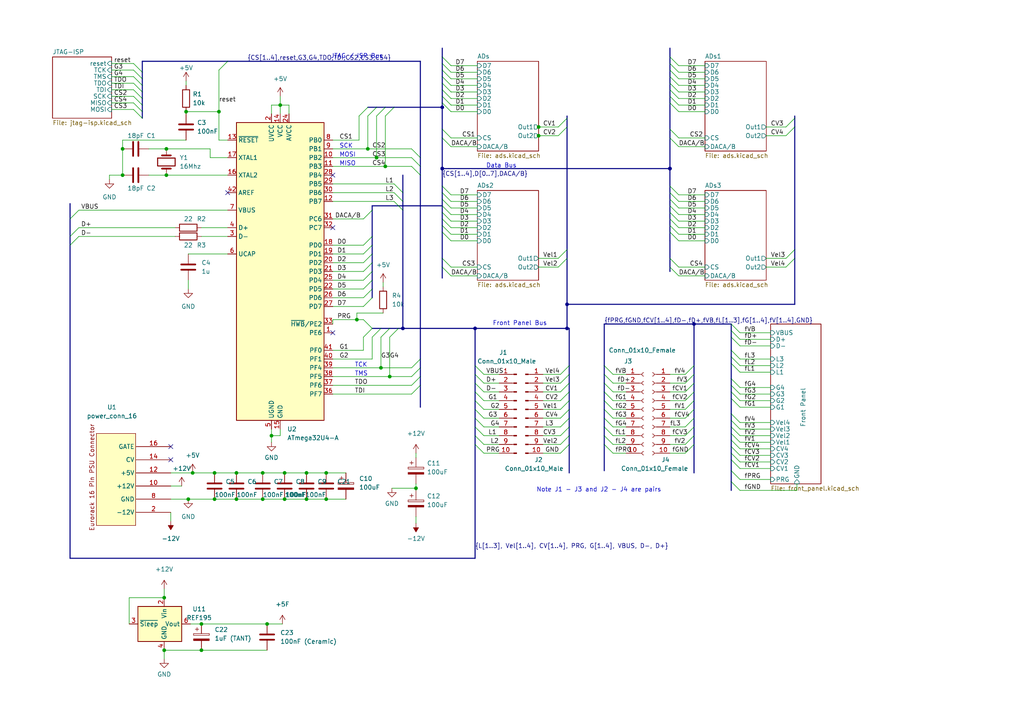
<source format=kicad_sch>
(kicad_sch (version 20211123) (generator eeschema)
  (paper "A4")
  (lib_symbols
    (symbol "Connector:Conn_01x10_Female" (pin_names (offset 1.016) hide)
      (property "Reference" "J" (at 0 12.7 0))
      (property "Value" "Conn_01x10_Female" (at 0 -15.24 0))
      (symbol "Conn_01x10_Female_1_1"
        (pin passive line (at -5.08 10.16 0) (length 3.81) (name "Pin_1") (number "1"))
        (pin passive line (at -5.08 -12.7 0) (length 3.81) (name "Pin_10") (number "10"))
        (pin passive line (at -5.08 7.62 0) (length 3.81) (name "Pin_2") (number "2"))
        (pin passive line (at -5.08 5.08 0) (length 3.81) (name "Pin_3") (number "3"))
        (pin passive line (at -5.08 2.54 0) (length 3.81) (name "Pin_4") (number "4"))
        (pin passive line (at -5.08 0 0) (length 3.81) (name "Pin_5") (number "5"))
        (pin passive line (at -5.08 -2.54 0) (length 3.81) (name "Pin_6") (number "6"))
        (pin passive line (at -5.08 -5.08 0) (length 3.81) (name "Pin_7") (number "7"))
        (pin passive line (at -5.08 -7.62 0) (length 3.81) (name "Pin_8") (number "8"))
        (pin passive line (at -5.08 -10.16 0) (length 3.81) (name "Pin_9") (number "9"))
      )
    )
    (symbol "Connector:Conn_01x10_Male" (pin_names (offset 1.016) hide)
      (property "Reference" "J" (at 0 12.7 0))
      (property "Value" "Conn_01x10_Male" (at 0 -15.24 0))
      (symbol "Conn_01x10_Male_1_1"
        (pin passive line (at 5.08 10.16 180) (length 3.81) (name "Pin_1") (number "1"))
        (pin passive line (at 5.08 -12.7 180) (length 3.81) (name "Pin_10") (number "10"))
        (pin passive line (at 5.08 7.62 180) (length 3.81) (name "Pin_2") (number "2"))
        (pin passive line (at 5.08 5.08 180) (length 3.81) (name "Pin_3") (number "3"))
        (pin passive line (at 5.08 2.54 180) (length 3.81) (name "Pin_4") (number "4"))
        (pin passive line (at 5.08 0 180) (length 3.81) (name "Pin_5") (number "5"))
        (pin passive line (at 5.08 -2.54 180) (length 3.81) (name "Pin_6") (number "6"))
        (pin passive line (at 5.08 -5.08 180) (length 3.81) (name "Pin_7") (number "7"))
        (pin passive line (at 5.08 -7.62 180) (length 3.81) (name "Pin_8") (number "8"))
        (pin passive line (at 5.08 -10.16 180) (length 3.81) (name "Pin_9") (number "9"))
      )
    )
    (symbol "Device:C" (pin_numbers hide) (pin_names (offset 0.254))
      (property "Reference" "C" (at 0.635 2.54 0))
      (property "Value" "C" (at 0.635 -2.54 0))
      (symbol "C_1_1"
        (pin passive line (at 0 3.81 270) (length 2.794) (name "~") (number "1"))
        (pin passive line (at 0 -3.81 90) (length 2.794) (name "~") (number "2"))
      )
    )
    (symbol "Device:C_Polarized" (pin_numbers hide) (pin_names (offset 0.254))
      (property "Reference" "C" (at 0.635 2.54 0))
      (property "Value" "C_Polarized" (at 0.635 -2.54 0))
      (symbol "C_Polarized_1_1"
        (pin passive line (at 0 3.81 270) (length 2.794) (name "~") (number "1"))
        (pin passive line (at 0 -3.81 90) (length 2.794) (name "~") (number "2"))
      )
    )
    (symbol "Device:Crystal" (pin_numbers hide) (pin_names (offset 1.016) hide)
      (property "Reference" "Y" (at 0 3.81 0))
      (property "Value" "Crystal" (at 0 -3.81 0))
      (symbol "Crystal_1_1"
        (pin passive line (at -3.81 0 0) (length 1.27) (name "1") (number "1"))
        (pin passive line (at 3.81 0 180) (length 1.27) (name "2") (number "2"))
      )
    )
    (symbol "Device:R" (pin_numbers hide) (pin_names (offset 0))
      (property "Reference" "R" (at 2.032 0 90))
      (property "Value" "R" (at 0 0 90))
      (symbol "R_1_1"
        (pin passive line (at 0 3.81 270) (length 1.27) (name "~") (number "1"))
        (pin passive line (at 0 -3.81 90) (length 1.27) (name "~") (number "2"))
      )
    )
    (symbol "MCU_Microchip_ATmega:ATmega32U4-A"
      (property "Reference" "U" (at -12.7 44.45 0))
      (property "Value" "ATmega32U4-A" (at 2.54 -44.45 0))
      (symbol "ATmega32U4-A_1_1"
        (pin bidirectional line (at 15.24 -17.78 180) (length 2.54) (name "PE6") (number "1"))
        (pin bidirectional line (at 15.24 33.02 180) (length 2.54) (name "PB2") (number "10"))
        (pin bidirectional line (at 15.24 30.48 180) (length 2.54) (name "PB3") (number "11"))
        (pin bidirectional line (at 15.24 20.32 180) (length 2.54) (name "PB7") (number "12"))
        (pin input line (at -15.24 38.1 0) (length 2.54) (name "~{RESET}") (number "13"))
        (pin power_in line (at 0 45.72 270) (length 2.54) (name "VCC") (number "14"))
        (pin power_in line (at 0 -45.72 90) (length 2.54) (name "GND") (number "15"))
        (pin output line (at -15.24 27.94 0) (length 2.54) (name "XTAL2") (number "16"))
        (pin input line (at -15.24 33.02 0) (length 2.54) (name "XTAL1") (number "17"))
        (pin bidirectional line (at 15.24 7.62 180) (length 2.54) (name "PD0") (number "18"))
        (pin bidirectional line (at 15.24 5.08 180) (length 2.54) (name "PD1") (number "19"))
        (pin power_in line (at -2.54 45.72 270) (length 2.54) (name "UVCC") (number "2"))
        (pin bidirectional line (at 15.24 2.54 180) (length 2.54) (name "PD2") (number "20"))
        (pin bidirectional line (at 15.24 0 180) (length 2.54) (name "PD3") (number "21"))
        (pin bidirectional line (at 15.24 -5.08 180) (length 2.54) (name "PD5") (number "22"))
        (pin passive line (at 0 -45.72 90) (length 2.54) hide (name "GND") (number "23"))
        (pin power_in line (at 2.54 45.72 270) (length 2.54) (name "AVCC") (number "24"))
        (pin bidirectional line (at 15.24 -2.54 180) (length 2.54) (name "PD4") (number "25"))
        (pin bidirectional line (at 15.24 -7.62 180) (length 2.54) (name "PD6") (number "26"))
        (pin bidirectional line (at 15.24 -10.16 180) (length 2.54) (name "PD7") (number "27"))
        (pin bidirectional line (at 15.24 27.94 180) (length 2.54) (name "PB4") (number "28"))
        (pin bidirectional line (at 15.24 25.4 180) (length 2.54) (name "PB5") (number "29"))
        (pin bidirectional line (at -15.24 10.16 0) (length 2.54) (name "D-") (number "3"))
        (pin bidirectional line (at 15.24 22.86 180) (length 2.54) (name "PB6") (number "30"))
        (pin bidirectional line (at 15.24 15.24 180) (length 2.54) (name "PC6") (number "31"))
        (pin bidirectional line (at 15.24 12.7 180) (length 2.54) (name "PC7") (number "32"))
        (pin bidirectional line (at 15.24 -15.24 180) (length 2.54) (name "~{HWB}/PE2") (number "33"))
        (pin passive line (at 0 45.72 270) (length 2.54) hide (name "VCC") (number "34"))
        (pin passive line (at 0 -45.72 90) (length 2.54) hide (name "GND") (number "35"))
        (pin bidirectional line (at 15.24 -35.56 180) (length 2.54) (name "PF7") (number "36"))
        (pin bidirectional line (at 15.24 -33.02 180) (length 2.54) (name "PF6") (number "37"))
        (pin bidirectional line (at 15.24 -30.48 180) (length 2.54) (name "PF5") (number "38"))
        (pin bidirectional line (at 15.24 -27.94 180) (length 2.54) (name "PF4") (number "39"))
        (pin bidirectional line (at -15.24 12.7 0) (length 2.54) (name "D+") (number "4"))
        (pin bidirectional line (at 15.24 -25.4 180) (length 2.54) (name "PF1") (number "40"))
        (pin bidirectional line (at 15.24 -22.86 180) (length 2.54) (name "PF0") (number "41"))
        (pin passive line (at -15.24 22.86 0) (length 2.54) (name "AREF") (number "42"))
        (pin passive line (at 0 -45.72 90) (length 2.54) hide (name "GND") (number "43"))
        (pin passive line (at 2.54 45.72 270) (length 2.54) hide (name "AVCC") (number "44"))
        (pin passive line (at -2.54 -45.72 90) (length 2.54) (name "UGND") (number "5"))
        (pin passive line (at -15.24 5.08 0) (length 2.54) (name "UCAP") (number "6"))
        (pin input line (at -15.24 17.78 0) (length 2.54) (name "VBUS") (number "7"))
        (pin bidirectional line (at 15.24 38.1 180) (length 2.54) (name "PB0") (number "8"))
        (pin bidirectional line (at 15.24 35.56 180) (length 2.54) (name "PB1") (number "9"))
      )
    )
    (symbol "eurorack:REF195"
      (property "Reference" "U" (at 2.54 8.89 0))
      (property "Value" "REF195" (at 1.27 6.35 0))
      (symbol "REF195_1_1"
        (pin no_connect line (at -7.62 2.54 0) (length 2.54) hide (name "TP") (number "1"))
        (pin power_in line (at 0 7.62 270) (length 2.54) (name "Vin") (number "2"))
        (pin input line (at -10.16 0 0) (length 2.54) (name "~{Sleep}") (number "3"))
        (pin power_in line (at 0 -7.62 90) (length 2.54) (name "GND") (number "4"))
        (pin no_connect line (at -5.08 -5.08 90) (length 2.54) hide (name "TP") (number "5"))
        (pin power_out line (at 7.62 0 180) (length 2.54) (name "Vout") (number "6"))
        (pin no_connect line (at -2.54 -5.08 90) (length 2.54) hide (name "NC") (number "7"))
        (pin no_connect line (at 2.54 -5.08 90) (length 2.54) hide (name "NC") (number "8"))
      )
    )
    (symbol "eurorack:power_conn_16"
      (property "Reference" "U" (at 2.54 2.54 0))
      (property "Value" "power_conn_16" (at 3.81 1.27 0))
      (symbol "power_conn_16_0_0"
        (text "Eurorack 16 Pin PSU Connector" (at -5.08 -12.7 900) (effects (font (size 1.27 1.27))))
        (pin free line (at 17.78 -22.86 180) (length 10) hide (name "-12V") (number "1"))
        (pin power_out line (at 17.78 -15.24 180) (length 10) (name "+12V") (number "10"))
        (pin free line (at 17.78 -11.43 180) (length 10) hide (name "+5V") (number "11"))
        (pin power_out line (at 17.78 -11.43 180) (length 10) (name "+5V") (number "12"))
        (pin bidirectional line (at 17.78 -7.62 180) (length 10) hide (name "CV") (number "13"))
        (pin bidirectional line (at 17.78 -7.62 180) (length 10) (name "CV") (number "14"))
        (pin bidirectional line (at 17.78 -3.81 180) (length 10) hide (name "GATE") (number "15"))
        (pin bidirectional line (at 17.78 -3.81 180) (length 10) (name "GATE") (number "16"))
        (pin power_out line (at 17.78 -22.86 180) (length 10) (name "-12V") (number "2"))
        (pin free line (at 17.78 -19.05 180) (length 10) hide (name "GND") (number "3"))
        (pin free line (at 17.78 -19.05 180) (length 10) hide (name "GND") (number "4"))
        (pin free line (at 17.78 -19.05 180) (length 10) hide (name "GND") (number "5"))
        (pin free line (at 17.78 -19.05 180) (length 10) hide (name "GND") (number "6"))
        (pin free line (at 17.78 -19.05 180) (length 10) hide (name "GND") (number "7"))
        (pin power_out line (at 17.78 -19.05 180) (length 10) (name "GND") (number "8"))
        (pin free line (at 17.78 -15.24 180) (length 10) hide (name "+12V") (number "9"))
      )
    )
    (symbol "power:+12V" (power) (pin_names (offset 0))
      (property "Value" "+12V" (at 0 3.556 0))
      (symbol "+12V_1_1"
        (pin power_in line (at 0 0 90) (length 0) hide (name "+12V") (number "1"))
      )
    )
    (symbol "power:+5F" (power) (pin_names (offset 0))
      (property "Value" "+5F" (at 0 3.556 0))
      (symbol "+5F_1_1"
        (pin power_in line (at 0 0 90) (length 0) hide (name "+5F") (number "1"))
      )
    )
    (symbol "power:+5V" (power) (pin_names (offset 0))
      (property "Value" "+5V" (at 0 3.556 0))
      (symbol "+5V_1_1"
        (pin power_in line (at 0 0 90) (length 0) hide (name "+5V") (number "1"))
      )
    )
    (symbol "power:-12V" (power) (pin_names (offset 0))
      (property "Value" "-12V" (at 0 3.81 0))
      (symbol "-12V_0_0"
        (pin power_in line (at 0 0 90) (length 0) hide (name "-12V") (number "1"))
      )
    )
    (symbol "power:GND" (power) (pin_names (offset 0))
      (property "Value" "GND" (at 0 -3.81 0))
      (symbol "GND_1_1"
        (pin power_in line (at 0 0 270) (length 0) hide (name "GND") (number "1"))
      )
    )
  )
  (junction (at 82.55 137.16))
  (junction (at 47.625 188.595))
  (junction (at 113.03 109.22))
  (junction (at 58.42 180.975))
  (junction (at 110.49 106.68))
  (junction (at 54.61 144.78))
  (junction (at 62.23 137.16))
  (junction (at 35.56 50.8))
  (junction (at 194.3002 48.895))
  (junction (at 94.615 137.16))
  (junction (at 201.295 93.98))
  (junction (at 128.27 48.895))
  (junction (at 63.5 32.385))
  (junction (at 35.56 43.18))
  (junction (at 47.625 173.355))
  (junction (at 55.88 137.16))
  (junction (at 137.795 95.25))
  (junction (at 120.65 141.605))
  (junction (at 94.615 144.78))
  (junction (at 88.9 137.16))
  (junction (at 76.2 137.16))
  (junction (at 103.505 92.71))
  (junction (at 88.9 144.78))
  (junction (at 62.23 144.78))
  (junction (at 106.68 43.18))
  (junction (at 111.76 48.26))
  (junction (at 76.2 144.78))
  (junction (at 68.58 144.78))
  (junction (at 48.26 50.8))
  (junction (at 82.55 144.78))
  (junction (at 156.2198 36.83))
  (junction (at 53.975 32.385))
  (junction (at 58.42 188.595))
  (junction (at 109.22 45.72))
  (junction (at 128.27 31.115))
  (junction (at 156.2198 39.37))
  (junction (at 77.47 180.975))
  (junction (at 68.58 137.16))
  (junction (at 81.28 30.48))
  (junction (at 164.465 95.25))
  (junction (at 116.84 95.25))
  (junction (at 78.74 126.365))
  (junction (at 194.31 48.895))
  (junction (at 128.2798 48.895))
  (junction (at 48.26 43.18))
  (junction (at 164.465 88.265))
  (no_connect (at 49.53 133.35))
  (no_connect (at 49.53 129.54))
  (no_connect (at 66.04 55.88))
  (no_connect (at 96.52 50.8))
  (no_connect (at 96.52 66.04))
  (no_connect (at 96.52 96.52))
  (bus_entry (at 128.27 77.47) (size 2.54 2.54))
  (bus_entry (at 137.795 113.665) (size 2.54 2.54))
  (bus_entry (at 165.1 108.585) (size -2.54 2.54))
  (bus_entry (at 165.1 111.125) (size -2.54 2.54))
  (bus_entry (at 137.795 106.045) (size 2.54 2.54))
  (bus_entry (at 137.795 108.585) (size 2.54 2.54))
  (bus_entry (at 162.56 116.205) (size 2.54 -2.54))
  (bus_entry (at 137.795 116.205) (size 2.54 2.54))
  (bus_entry (at 162.56 108.585) (size 2.54 -2.54))
  (bus_entry (at 162.56 118.745) (size 2.54 -2.54))
  (bus_entry (at 162.56 123.825) (size 2.54 -2.54))
  (bus_entry (at 162.56 121.285) (size 2.54 -2.54))
  (bus_entry (at 162.56 131.445) (size 2.54 -2.54))
  (bus_entry (at 162.56 128.905) (size 2.54 -2.54))
  (bus_entry (at 162.56 126.365) (size 2.54 -2.54))
  (bus_entry (at 137.795 121.285) (size 2.54 2.54))
  (bus_entry (at 137.795 123.825) (size 2.54 2.54))
  (bus_entry (at 137.795 126.365) (size 2.54 2.54))
  (bus_entry (at 137.795 128.905) (size 2.54 2.54))
  (bus_entry (at 137.795 118.745) (size 2.54 2.54))
  (bus_entry (at 128.27 53.975) (size 2.54 2.54))
  (bus_entry (at 194.31 40.005) (size 2.54 2.54))
  (bus_entry (at 128.27 37.465) (size 2.54 2.54))
  (bus_entry (at 194.31 59.69) (size 2.54 2.54))
  (bus_entry (at 128.27 61.595) (size 2.54 2.54))
  (bus_entry (at 194.31 53.975) (size 2.54 2.54))
  (bus_entry (at 105.41 88.9) (size 2.54 -2.54))
  (bus_entry (at 105.41 86.36) (size 2.54 -2.54))
  (bus_entry (at 105.41 83.82) (size 2.54 -2.54))
  (bus_entry (at 105.41 78.74) (size 2.54 -2.54))
  (bus_entry (at 105.41 81.28) (size 2.54 -2.54))
  (bus_entry (at 105.41 76.2) (size 2.54 -2.54))
  (bus_entry (at 105.41 71.12) (size 2.54 -2.54))
  (bus_entry (at 105.41 73.66) (size 2.54 -2.54))
  (bus_entry (at 194.31 29.845) (size 2.54 2.54))
  (bus_entry (at 38.735 24.13) (size 2.54 2.54))
  (bus_entry (at 38.735 26.035) (size 2.54 2.54))
  (bus_entry (at 38.735 27.94) (size 2.54 2.54))
  (bus_entry (at 38.735 29.845) (size 2.54 2.54))
  (bus_entry (at 38.735 31.75) (size 2.54 2.54))
  (bus_entry (at 38.735 18.415) (size 2.54 2.54))
  (bus_entry (at 38.735 20.32) (size 2.54 2.54))
  (bus_entry (at 38.735 22.225) (size 2.54 2.54))
  (bus_entry (at 194.31 24.13) (size 2.54 2.54))
  (bus_entry (at 128.27 59.69) (size 2.54 2.54))
  (bus_entry (at 194.31 74.93) (size 2.54 2.54))
  (bus_entry (at 212.09 125.73) (size 2.54 2.54))
  (bus_entry (at 212.09 127.635) (size 2.54 2.54))
  (bus_entry (at 212.09 129.54) (size 2.54 2.54))
  (bus_entry (at 212.09 131.445) (size 2.54 2.54))
  (bus_entry (at 212.09 133.35) (size 2.54 2.54))
  (bus_entry (at 212.09 109.855) (size 2.54 2.54))
  (bus_entry (at 212.09 111.76) (size 2.54 2.54))
  (bus_entry (at 212.09 113.665) (size 2.54 2.54))
  (bus_entry (at 212.09 115.57) (size 2.54 2.54))
  (bus_entry (at 212.09 120.015) (size 2.54 2.54))
  (bus_entry (at 212.09 121.92) (size 2.54 2.54))
  (bus_entry (at 212.09 123.825) (size 2.54 2.54))
  (bus_entry (at 198.755 108.585) (size 2.54 -2.54))
  (bus_entry (at 198.755 116.205) (size 2.54 -2.54))
  (bus_entry (at 198.755 118.745) (size 2.54 -2.54))
  (bus_entry (at 198.755 121.285) (size 2.54 -2.54))
  (bus_entry (at 198.755 128.905) (size 2.54 -2.54))
  (bus_entry (at 198.755 131.445) (size 2.54 -2.54))
  (bus_entry (at 198.755 123.825) (size 2.54 -2.54))
  (bus_entry (at 198.755 126.365) (size 2.54 -2.54))
  (bus_entry (at 194.31 61.595) (size 2.54 2.54))
  (bus_entry (at 194.31 27.94) (size 2.54 2.54))
  (bus_entry (at 128.27 55.88) (size 2.54 2.54))
  (bus_entry (at 194.31 67.31) (size 2.54 2.54))
  (bus_entry (at 161.925 39.37) (size 2.54 -2.54))
  (bus_entry (at 161.925 36.83) (size 2.54 -2.54))
  (bus_entry (at 227.965 36.83) (size 2.54 -2.54))
  (bus_entry (at 227.965 39.37) (size 2.54 -2.54))
  (bus_entry (at 161.925 77.47) (size 2.54 -2.54))
  (bus_entry (at 161.925 74.93) (size 2.54 -2.54))
  (bus_entry (at 227.965 77.47) (size 2.54 -2.54))
  (bus_entry (at 227.965 74.93) (size 2.54 -2.54))
  (bus_entry (at 119.38 114.3) (size 2.54 -2.54))
  (bus_entry (at 119.38 111.76) (size 2.54 -2.54))
  (bus_entry (at 119.38 109.22) (size 2.54 -2.54))
  (bus_entry (at 119.38 106.68) (size 2.54 -2.54))
  (bus_entry (at 194.31 18.415) (size 2.54 2.54))
  (bus_entry (at 194.31 37.465) (size 2.54 2.54))
  (bus_entry (at 128.2798 27.94) (size 2.54 2.54))
  (bus_entry (at 128.2798 26.035) (size 2.54 2.54))
  (bus_entry (at 128.27 29.845) (size 2.54 2.54))
  (bus_entry (at 128.2798 20.32) (size 2.54 2.54))
  (bus_entry (at 128.2798 18.415) (size 2.54 2.54))
  (bus_entry (at 128.2798 16.51) (size 2.54 2.54))
  (bus_entry (at 128.2798 24.13) (size 2.54 2.54))
  (bus_entry (at 128.2798 22.225) (size 2.54 2.54))
  (bus_entry (at 137.795 111.125) (size 2.54 2.54))
  (bus_entry (at 212.09 101.6) (size 2.54 2.54))
  (bus_entry (at 212.09 103.505) (size 2.54 2.54))
  (bus_entry (at 212.09 105.41) (size 2.54 2.54))
  (bus_entry (at 194.31 65.405) (size 2.54 2.54))
  (bus_entry (at 105.41 63.5) (size 2.54 -2.54))
  (bus_entry (at 175.26 111.125) (size 2.54 2.54))
  (bus_entry (at 105.41 92.71) (size 2.54 2.54))
  (bus_entry (at 194.31 57.785) (size 2.54 2.54))
  (bus_entry (at 194.31 63.5) (size 2.54 2.54))
  (bus_entry (at 128.27 74.93) (size 2.54 2.54))
  (bus_entry (at 212.09 136.525) (size 2.54 2.54))
  (bus_entry (at 194.31 55.88) (size 2.54 2.54))
  (bus_entry (at 113.03 97.79) (size 2.54 -2.54))
  (bus_entry (at 107.95 97.79) (size 2.54 -2.54))
  (bus_entry (at 105.41 97.79) (size 2.54 -2.54))
  (bus_entry (at 110.49 97.79) (size 2.54 -2.54))
  (bus_entry (at 194.31 77.47) (size 2.54 2.54))
  (bus_entry (at 128.27 57.785) (size 2.54 2.54))
  (bus_entry (at 63.5 20.32) (size 2.54 -2.54))
  (bus_entry (at 111.76 33.655) (size 2.54 -2.54))
  (bus_entry (at 104.14 33.655) (size 2.54 -2.54))
  (bus_entry (at 106.68 33.655) (size 2.54 -2.54))
  (bus_entry (at 109.22 33.655) (size 2.54 -2.54))
  (bus_entry (at 128.27 65.405) (size 2.54 2.54))
  (bus_entry (at 128.27 63.5) (size 2.54 2.54))
  (bus_entry (at 119.38 43.18) (size 2.54 2.54))
  (bus_entry (at 119.38 48.26) (size 2.54 2.54))
  (bus_entry (at 119.38 45.72) (size 2.54 2.54))
  (bus_entry (at 175.26 113.665) (size 2.54 2.54))
  (bus_entry (at 198.755 111.125) (size 2.54 -2.54))
  (bus_entry (at 198.755 113.665) (size 2.54 -2.54))
  (bus_entry (at 212.09 93.98) (size 2.54 2.54))
  (bus_entry (at 212.09 97.79) (size 2.54 2.54))
  (bus_entry (at 212.09 95.885) (size 2.54 2.54))
  (bus_entry (at 194.31 26.035) (size 2.54 2.54))
  (bus_entry (at 194.31 22.225) (size 2.54 2.54))
  (bus_entry (at 128.27 67.31) (size 2.54 2.54))
  (bus_entry (at 22.86 60.96) (size -2.54 2.54))
  (bus_entry (at 22.86 66.04) (size -2.54 2.54))
  (bus_entry (at 22.86 68.58) (size -2.54 2.54))
  (bus_entry (at 194.31 16.51) (size 2.54 2.54))
  (bus_entry (at 128.27 40.005) (size 2.54 2.54))
  (bus_entry (at 194.31 20.32) (size 2.54 2.54))
  (bus_entry (at 114.3 55.88) (size 2.54 2.54))
  (bus_entry (at 114.3 53.34) (size 2.54 2.54))
  (bus_entry (at 114.3 58.42) (size 2.54 2.54))
  (bus_entry (at 175.26 108.585) (size 2.54 2.54))
  (bus_entry (at 175.26 106.045) (size 2.54 2.54))
  (bus_entry (at 175.26 116.205) (size 2.54 2.54))
  (bus_entry (at 175.26 118.745) (size 2.54 2.54))
  (bus_entry (at 175.26 121.285) (size 2.54 2.54))
  (bus_entry (at 175.26 123.825) (size 2.54 2.54))
  (bus_entry (at 175.26 126.365) (size 2.54 2.54))
  (bus_entry (at 175.26 128.905) (size 2.54 2.54))
  (bus_entry (at 212.09 139.7) (size 2.54 2.54))
  (wire (pts (xy 32.385 26.035) (xy 38.735 26.035)))
  (wire (pts (xy 196.85 32.385) (xy 204.47 32.385)))
  (wire (pts (xy 130.81 66.04) (xy 138.43 66.04)))
  (wire (pts (xy 196.85 62.23) (xy 204.4602 62.23)))
  (wire (pts (xy 196.85 22.86) (xy 204.47 22.86)))
  (wire (pts (xy 214.63 133.985) (xy 223.52 133.985)))
  (wire (pts (xy 196.85 66.04) (xy 204.4602 66.04)))
  (wire (pts (xy 68.58 144.78) (xy 76.2 144.78)))
  (bus (pts (xy 201.295 106.045) (xy 201.295 108.585)))
  (wire (pts (xy 58.42 188.595) (xy 77.47 188.595)))
  (wire (pts (xy 214.63 142.24) (xy 231.14 142.24)))
  (wire (pts (xy 109.22 33.655) (xy 109.22 45.72)))
  (wire (pts (xy 81.28 126.365) (xy 78.74 126.365)))
  (bus (pts (xy 121.92 106.68) (xy 121.92 109.22)))
  (wire (pts (xy 196.85 28.575) (xy 204.47 28.575)))
  (wire (pts (xy 47.625 188.595) (xy 58.42 188.595)))
  (bus (pts (xy 175.26 126.365) (xy 175.26 123.825)))
  (wire (pts (xy 214.63 106.045) (xy 223.52 106.045)))
  (bus (pts (xy 165.1 126.365) (xy 165.1 128.905)))
  (wire (pts (xy 96.52 43.18) (xy 106.68 43.18)))
  (wire (pts (xy 58.42 180.975) (xy 77.47 180.975)))
  (wire (pts (xy 120.65 141.605) (xy 120.65 142.24)))
  (bus (pts (xy 107.95 60.96) (xy 107.95 68.58)))
  (wire (pts (xy 43.18 50.8) (xy 48.26 50.8)))
  (wire (pts (xy 109.22 45.72) (xy 119.38 45.72)))
  (bus (pts (xy 128.27 55.88) (xy 128.27 57.785)))
  (bus (pts (xy 164.465 34.29) (xy 164.465 36.83)))
  (bus (pts (xy 201.295 116.205) (xy 201.295 118.745)))
  (wire (pts (xy 222.25 39.37) (xy 227.965 39.37)))
  (wire (pts (xy 96.52 63.5) (xy 105.41 63.5)))
  (bus (pts (xy 116.84 60.96) (xy 116.84 95.25)))
  (bus (pts (xy 201.295 118.745) (xy 201.295 121.285)))
  (wire (pts (xy 130.81 62.23) (xy 138.43 62.23)))
  (wire (pts (xy 88.9 144.78) (xy 94.615 144.78)))
  (bus (pts (xy 175.26 118.745) (xy 175.26 116.205)))
  (bus (pts (xy 137.795 95.25) (xy 137.795 106.045)))
  (wire (pts (xy 103.505 92.71) (xy 96.52 92.71)))
  (wire (pts (xy 157.48 118.745) (xy 162.56 118.745)))
  (bus (pts (xy 128.2798 27.94) (xy 128.27 29.845)))
  (wire (pts (xy 214.63 118.11) (xy 223.52 118.11)))
  (bus (pts (xy 165.1 111.125) (xy 165.1 113.665)))
  (wire (pts (xy 194.31 116.205) (xy 198.755 116.205)))
  (wire (pts (xy 140.335 126.365) (xy 144.78 126.365)))
  (wire (pts (xy 156.21 77.47) (xy 161.925 77.47)))
  (bus (pts (xy 194.31 77.47) (xy 194.31 78.74)))
  (wire (pts (xy 140.335 113.665) (xy 144.78 113.665)))
  (bus (pts (xy 212.09 115.57) (xy 212.09 120.015)))
  (wire (pts (xy 177.8 128.905) (xy 181.61 128.905)))
  (wire (pts (xy 49.53 140.97) (xy 52.705 140.97)))
  (wire (pts (xy 140.335 116.205) (xy 144.78 116.205)))
  (bus (pts (xy 212.09 95.885) (xy 212.09 97.79)))
  (wire (pts (xy 177.8 123.825) (xy 181.61 123.825)))
  (bus (pts (xy 194.31 18.415) (xy 194.31 20.32)))
  (wire (pts (xy 78.74 33.02) (xy 78.74 30.48)))
  (bus (pts (xy 194.31 20.32) (xy 194.31 22.225)))
  (wire (pts (xy 130.8198 19.05) (xy 138.4398 19.05)))
  (wire (pts (xy 130.81 28.575) (xy 130.8198 28.575)))
  (bus (pts (xy 164.465 33.655) (xy 164.465 34.29)))
  (wire (pts (xy 106.68 43.18) (xy 119.38 43.18)))
  (wire (pts (xy 157.48 123.825) (xy 162.56 123.825)))
  (wire (pts (xy 103.505 90.805) (xy 111.125 90.805)))
  (bus (pts (xy 128.27 65.405) (xy 128.27 67.31)))
  (wire (pts (xy 177.8 121.285) (xy 181.61 121.285)))
  (wire (pts (xy 78.74 126.365) (xy 78.74 128.27)))
  (wire (pts (xy 130.8198 24.765) (xy 138.4398 24.765)))
  (bus (pts (xy 41.275 24.765) (xy 41.275 26.67)))
  (bus (pts (xy 110.49 95.25) (xy 113.03 95.25)))
  (wire (pts (xy 157.48 108.585) (xy 162.56 108.585)))
  (wire (pts (xy 130.8198 28.575) (xy 138.4398 28.575)))
  (wire (pts (xy 140.335 123.825) (xy 144.78 123.825)))
  (wire (pts (xy 196.85 60.325) (xy 204.4602 60.325)))
  (wire (pts (xy 194.31 121.285) (xy 198.755 121.285)))
  (wire (pts (xy 140.335 108.585) (xy 144.78 108.585)))
  (wire (pts (xy 96.52 88.9) (xy 105.41 88.9)))
  (wire (pts (xy 96.52 101.6) (xy 105.41 101.6)))
  (wire (pts (xy 96.52 58.42) (xy 114.3 58.42)))
  (wire (pts (xy 130.81 64.135) (xy 138.43 64.135)))
  (bus (pts (xy 121.92 104.14) (xy 121.92 106.68)))
  (bus (pts (xy 137.795 106.045) (xy 137.795 108.585)))
  (bus (pts (xy 121.92 17.78) (xy 121.92 45.72)))
  (bus (pts (xy 175.26 108.585) (xy 175.26 111.125)))
  (bus (pts (xy 107.95 59.69) (xy 128.27 59.69)))
  (bus (pts (xy 175.26 121.285) (xy 175.26 118.745)))
  (wire (pts (xy 214.63 116.205) (xy 223.52 116.205)))
  (bus (pts (xy 175.26 111.125) (xy 175.26 113.665)))
  (wire (pts (xy 177.8 116.205) (xy 181.61 116.205)))
  (bus (pts (xy 165.1 118.745) (xy 165.1 121.285)))
  (wire (pts (xy 214.63 139.065) (xy 223.52 139.065)))
  (bus (pts (xy 114.3 31.115) (xy 128.27 31.115)))
  (wire (pts (xy 82.55 137.16) (xy 88.9 137.16)))
  (wire (pts (xy 177.8 118.745) (xy 181.61 118.745)))
  (bus (pts (xy 165.1 116.205) (xy 165.1 118.745)))
  (wire (pts (xy 105.41 101.6) (xy 105.41 97.79)))
  (wire (pts (xy 81.28 27.94) (xy 81.28 30.48)))
  (wire (pts (xy 196.85 24.765) (xy 204.47 24.765)))
  (bus (pts (xy 128.2798 20.32) (xy 128.2798 22.225)))
  (bus (pts (xy 107.95 78.74) (xy 107.95 81.28)))
  (bus (pts (xy 165.1 95.25) (xy 165.1 106.045)))
  (wire (pts (xy 96.52 76.2) (xy 105.41 76.2)))
  (wire (pts (xy 130.81 30.48) (xy 130.8198 30.48)))
  (bus (pts (xy 128.2798 24.13) (xy 128.2798 26.035)))
  (bus (pts (xy 128.27 48.895) (xy 128.27 53.975)))
  (bus (pts (xy 194.31 27.94) (xy 194.31 29.845)))
  (wire (pts (xy 22.86 66.04) (xy 50.8 66.04)))
  (bus (pts (xy 165.1 113.665) (xy 165.1 116.205)))
  (bus (pts (xy 41.275 28.575) (xy 41.275 30.48)))
  (wire (pts (xy 222.2402 74.93) (xy 227.965 74.93)))
  (wire (pts (xy 81.28 124.46) (xy 81.28 126.365)))
  (bus (pts (xy 201.295 93.98) (xy 201.295 106.045)))
  (wire (pts (xy 214.63 130.175) (xy 223.52 130.175)))
  (wire (pts (xy 130.81 56.515) (xy 138.43 56.515)))
  (wire (pts (xy 194.31 123.825) (xy 198.755 123.825)))
  (bus (pts (xy 194.31 37.465) (xy 194.31 40.005)))
  (bus (pts (xy 128.2798 13.97) (xy 128.2798 16.51)))
  (bus (pts (xy 111.76 31.115) (xy 114.3 31.115)))
  (bus (pts (xy 194.3002 48.895) (xy 194.3002 69.85)))
  (bus (pts (xy 66.04 17.78) (xy 121.92 17.78)))
  (bus (pts (xy 175.26 93.98) (xy 201.295 93.98)))
  (bus (pts (xy 201.295 113.665) (xy 201.295 116.205)))
  (wire (pts (xy 63.5 40.64) (xy 66.04 40.64)))
  (wire (pts (xy 81.28 30.48) (xy 83.82 30.48)))
  (wire (pts (xy 177.8 111.125) (xy 181.61 111.125)))
  (bus (pts (xy 128.27 61.595) (xy 128.27 63.5)))
  (bus (pts (xy 128.2798 26.035) (xy 128.2798 27.94)))
  (bus (pts (xy 137.795 95.25) (xy 164.465 95.25)))
  (wire (pts (xy 49.53 137.16) (xy 55.88 137.16)))
  (wire (pts (xy 55.88 137.16) (xy 62.23 137.16)))
  (bus (pts (xy 175.26 106.045) (xy 175.26 93.98)))
  (wire (pts (xy 106.68 33.655) (xy 106.68 43.18)))
  (bus (pts (xy 128.27 77.47) (xy 128.27 80.645)))
  (bus (pts (xy 194.3002 48.895) (xy 194.31 48.895)))
  (wire (pts (xy 96.52 71.12) (xy 105.41 71.12)))
  (wire (pts (xy 130.8198 30.48) (xy 138.4398 30.48)))
  (wire (pts (xy 140.335 118.745) (xy 144.78 118.745)))
  (wire (pts (xy 96.52 73.66) (xy 105.41 73.66)))
  (wire (pts (xy 214.63 124.46) (xy 223.52 124.46)))
  (wire (pts (xy 222.2402 77.47) (xy 227.965 77.47)))
  (bus (pts (xy 20.32 71.12) (xy 20.32 161.925)))
  (wire (pts (xy 130.81 22.86) (xy 130.8198 22.86)))
  (bus (pts (xy 106.68 31.115) (xy 109.22 31.115)))
  (wire (pts (xy 53.975 32.385) (xy 53.975 33.02)))
  (bus (pts (xy 164.465 72.39) (xy 164.465 74.93)))
  (wire (pts (xy 96.52 106.68) (xy 110.49 106.68)))
  (bus (pts (xy 121.92 111.76) (xy 121.92 118.11)))
  (wire (pts (xy 177.8 108.585) (xy 181.61 108.585)))
  (bus (pts (xy 137.795 111.125) (xy 137.795 113.665)))
  (bus (pts (xy 175.26 128.905) (xy 175.26 126.365)))
  (bus (pts (xy 121.92 45.72) (xy 121.92 48.26)))
  (wire (pts (xy 130.81 58.42) (xy 138.43 58.42)))
  (bus (pts (xy 230.505 72.39) (xy 230.505 74.93)))
  (bus (pts (xy 109.22 31.115) (xy 111.76 31.115)))
  (wire (pts (xy 120.65 149.86) (xy 120.65 151.765)))
  (wire (pts (xy 32.385 22.225) (xy 38.735 22.225)))
  (bus (pts (xy 201.295 108.585) (xy 201.295 111.125)))
  (wire (pts (xy 120.65 131.445) (xy 120.65 132.715)))
  (bus (pts (xy 137.795 123.825) (xy 137.795 126.365)))
  (bus (pts (xy 212.09 113.665) (xy 212.09 115.57)))
  (wire (pts (xy 63.5 32.385) (xy 63.5 40.64)))
  (wire (pts (xy 37.465 180.975) (xy 37.465 173.355)))
  (bus (pts (xy 41.275 32.385) (xy 41.275 34.29)))
  (bus (pts (xy 230.505 34.29) (xy 230.505 36.83)))
  (wire (pts (xy 96.52 109.22) (xy 113.03 109.22)))
  (bus (pts (xy 20.32 59.055) (xy 20.32 63.5)))
  (bus (pts (xy 116.84 95.25) (xy 137.795 95.25)))
  (wire (pts (xy 48.26 50.8) (xy 66.04 50.8)))
  (bus (pts (xy 41.275 22.86) (xy 41.275 24.765)))
  (wire (pts (xy 96.52 111.76) (xy 119.38 111.76)))
  (bus (pts (xy 20.32 63.5) (xy 20.32 68.58)))
  (bus (pts (xy 165.1 121.285) (xy 165.1 123.825)))
  (bus (pts (xy 212.09 127.635) (xy 212.09 129.54)))
  (bus (pts (xy 212.09 139.7) (xy 212.09 142.24)))
  (wire (pts (xy 76.2 144.78) (xy 82.55 144.78)))
  (wire (pts (xy 214.63 107.95) (xy 223.52 107.95)))
  (wire (pts (xy 54.61 81.28) (xy 54.61 83.82)))
  (bus (pts (xy 116.84 50.8) (xy 116.84 55.88)))
  (wire (pts (xy 140.335 121.285) (xy 144.78 121.285)))
  (wire (pts (xy 53.975 32.385) (xy 63.5 32.385)))
  (wire (pts (xy 82.55 144.78) (xy 88.9 144.78)))
  (wire (pts (xy 94.615 144.78) (xy 100.33 144.78)))
  (wire (pts (xy 194.31 108.585) (xy 198.755 108.585)))
  (wire (pts (xy 62.23 137.16) (xy 68.58 137.16)))
  (wire (pts (xy 130.81 60.325) (xy 138.43 60.325)))
  (wire (pts (xy 140.335 131.445) (xy 144.78 131.445)))
  (bus (pts (xy 121.92 109.22) (xy 121.92 111.76)))
  (wire (pts (xy 110.49 97.79) (xy 110.49 106.68)))
  (bus (pts (xy 41.275 30.48) (xy 41.275 32.385)))
  (wire (pts (xy 156.21 39.37) (xy 156.2198 39.37)))
  (bus (pts (xy 128.27 59.69) (xy 128.27 61.595)))
  (wire (pts (xy 47.625 188.595) (xy 47.625 191.135)))
  (wire (pts (xy 22.86 68.58) (xy 50.8 68.58)))
  (wire (pts (xy 194.31 131.445) (xy 198.755 131.445)))
  (wire (pts (xy 66.04 45.72) (xy 60.96 45.72)))
  (bus (pts (xy 41.275 17.78) (xy 41.275 20.955)))
  (bus (pts (xy 194.31 16.51) (xy 194.31 18.415)))
  (wire (pts (xy 22.86 60.96) (xy 66.04 60.96)))
  (bus (pts (xy 41.275 26.67) (xy 41.275 28.575)))
  (bus (pts (xy 212.09 93.98) (xy 212.09 95.885)))
  (bus (pts (xy 107.95 73.66) (xy 107.95 76.2)))
  (bus (pts (xy 212.09 97.79) (xy 212.09 101.6)))
  (bus (pts (xy 137.795 116.205) (xy 137.795 118.745)))
  (wire (pts (xy 157.48 128.905) (xy 162.56 128.905)))
  (bus (pts (xy 194.31 74.93) (xy 194.31 77.47)))
  (wire (pts (xy 156.21 36.83) (xy 156.2198 36.83)))
  (bus (pts (xy 128.2798 48.895) (xy 130.175 48.895)))
  (bus (pts (xy 121.92 48.26) (xy 121.92 50.8)))
  (bus (pts (xy 175.26 108.585) (xy 175.26 106.045)))
  (wire (pts (xy 31.75 50.8) (xy 31.75 52.07)))
  (bus (pts (xy 194.31 69.85) (xy 194.31 74.93)))
  (wire (pts (xy 157.48 121.285) (xy 162.56 121.285)))
  (wire (pts (xy 214.63 114.3) (xy 223.52 114.3)))
  (bus (pts (xy 201.295 93.98) (xy 212.09 93.98)))
  (wire (pts (xy 157.48 111.125) (xy 162.56 111.125)))
  (bus (pts (xy 212.09 103.505) (xy 212.09 105.41)))
  (wire (pts (xy 130.81 24.765) (xy 130.8198 24.765)))
  (bus (pts (xy 113.03 95.25) (xy 115.57 95.25)))
  (wire (pts (xy 54.61 73.66) (xy 66.04 73.66)))
  (wire (pts (xy 156.21 74.93) (xy 161.925 74.93)))
  (wire (pts (xy 68.58 137.16) (xy 76.2 137.16)))
  (wire (pts (xy 111.76 33.655) (xy 111.76 48.26)))
  (wire (pts (xy 60.96 43.18) (xy 48.26 43.18)))
  (wire (pts (xy 130.81 80.01) (xy 138.43 80.01)))
  (wire (pts (xy 196.85 26.67) (xy 204.47 26.67)))
  (bus (pts (xy 115.57 95.25) (xy 116.84 95.25)))
  (wire (pts (xy 194.31 128.905) (xy 198.755 128.905)))
  (bus (pts (xy 41.275 20.955) (xy 41.275 22.86)))
  (wire (pts (xy 96.52 48.26) (xy 111.76 48.26)))
  (wire (pts (xy 196.85 77.47) (xy 204.4602 77.47)))
  (wire (pts (xy 194.31 126.365) (xy 198.755 126.365)))
  (bus (pts (xy 20.32 68.58) (xy 20.32 71.12)))
  (bus (pts (xy 194.31 13.97) (xy 194.31 16.51)))
  (bus (pts (xy 230.505 74.93) (xy 230.505 88.265)))
  (wire (pts (xy 94.615 137.16) (xy 100.33 137.16)))
  (wire (pts (xy 35.56 43.18) (xy 35.56 50.8)))
  (wire (pts (xy 140.335 111.125) (xy 144.78 111.125)))
  (bus (pts (xy 116.84 55.88) (xy 116.84 58.42)))
  (wire (pts (xy 113.03 109.22) (xy 119.38 109.22)))
  (wire (pts (xy 96.52 40.64) (xy 104.14 40.64)))
  (bus (pts (xy 137.795 126.365) (xy 137.795 128.905)))
  (bus (pts (xy 41.275 17.78) (xy 66.04 17.78)))
  (bus (pts (xy 201.295 123.825) (xy 201.295 126.365)))
  (wire (pts (xy 47.625 170.815) (xy 47.625 173.355)))
  (bus (pts (xy 137.795 121.285) (xy 137.795 123.825)))
  (wire (pts (xy 196.85 69.85) (xy 204.4602 69.85)))
  (wire (pts (xy 130.81 67.945) (xy 138.43 67.945)))
  (bus (pts (xy 175.26 113.665) (xy 175.26 116.205)))
  (bus (pts (xy 165.1 108.585) (xy 165.1 111.125)))
  (bus (pts (xy 164.465 95.25) (xy 165.1 95.25)))
  (wire (pts (xy 37.465 173.355) (xy 47.625 173.355)))
  (bus (pts (xy 164.465 88.265) (xy 164.465 95.25)))
  (bus (pts (xy 194.31 40.005) (xy 194.31 48.895)))
  (wire (pts (xy 96.52 83.82) (xy 105.41 83.82)))
  (bus (pts (xy 201.295 111.125) (xy 201.295 113.665)))
  (wire (pts (xy 96.52 114.3) (xy 119.38 114.3)))
  (wire (pts (xy 196.85 42.545) (xy 204.47 42.545)))
  (wire (pts (xy 32.385 24.13) (xy 38.735 24.13)))
  (bus (pts (xy 164.465 74.93) (xy 164.465 88.265)))
  (bus (pts (xy 107.95 83.82) (xy 107.95 86.36)))
  (wire (pts (xy 214.63 128.27) (xy 223.52 128.27)))
  (bus (pts (xy 128.27 37.465) (xy 128.27 40.005)))
  (wire (pts (xy 130.8198 26.67) (xy 138.4398 26.67)))
  (wire (pts (xy 32.385 18.415) (xy 38.735 18.415)))
  (wire (pts (xy 130.8198 22.86) (xy 138.4398 22.86)))
  (wire (pts (xy 54.61 144.78) (xy 62.23 144.78)))
  (wire (pts (xy 130.81 19.05) (xy 130.8198 19.05)))
  (bus (pts (xy 165.1 123.825) (xy 165.1 126.365)))
  (wire (pts (xy 214.63 126.365) (xy 223.52 126.365)))
  (wire (pts (xy 130.81 20.955) (xy 130.8198 20.955)))
  (wire (pts (xy 130.81 77.47) (xy 138.43 77.47)))
  (wire (pts (xy 81.28 30.48) (xy 81.28 33.02)))
  (bus (pts (xy 128.27 63.5) (xy 128.27 65.405)))
  (wire (pts (xy 157.48 116.205) (xy 162.56 116.205)))
  (bus (pts (xy 128.27 29.845) (xy 128.27 31.115)))
  (wire (pts (xy 105.41 92.71) (xy 103.505 92.71)))
  (wire (pts (xy 156.2198 36.83) (xy 161.925 36.83)))
  (wire (pts (xy 78.74 30.48) (xy 81.28 30.48)))
  (wire (pts (xy 96.52 45.72) (xy 109.22 45.72)))
  (wire (pts (xy 107.95 104.14) (xy 107.95 97.79)))
  (bus (pts (xy 212.09 125.73) (xy 212.09 127.635)))
  (wire (pts (xy 96.52 81.28) (xy 105.41 81.28)))
  (wire (pts (xy 214.63 98.425) (xy 223.52 98.425)))
  (wire (pts (xy 96.52 92.71) (xy 96.52 93.98)))
  (wire (pts (xy 111.125 81.915) (xy 111.125 83.185)))
  (wire (pts (xy 196.85 56.515) (xy 204.4602 56.515)))
  (bus (pts (xy 194.31 26.035) (xy 194.31 27.94)))
  (wire (pts (xy 196.85 58.42) (xy 204.4602 58.42)))
  (wire (pts (xy 35.56 40.64) (xy 35.56 43.18)))
  (bus (pts (xy 107.95 59.69) (xy 107.95 60.96)))
  (bus (pts (xy 212.09 111.76) (xy 212.09 113.665)))
  (bus (pts (xy 128.2798 18.415) (xy 128.2798 20.32)))
  (bus (pts (xy 137.795 118.745) (xy 137.795 121.285)))
  (wire (pts (xy 43.18 43.18) (xy 48.26 43.18)))
  (wire (pts (xy 62.23 144.78) (xy 68.58 144.78)))
  (wire (pts (xy 157.48 113.665) (xy 162.56 113.665)))
  (bus (pts (xy 194.31 29.845) (xy 194.31 37.465)))
  (wire (pts (xy 177.8 131.445) (xy 181.61 131.445)))
  (wire (pts (xy 196.85 40.005) (xy 204.47 40.005)))
  (bus (pts (xy 212.09 131.445) (xy 212.09 133.35)))
  (wire (pts (xy 49.53 144.78) (xy 54.61 144.78)))
  (wire (pts (xy 77.47 180.975) (xy 81.915 180.975)))
  (wire (pts (xy 222.25 36.83) (xy 227.965 36.83)))
  (wire (pts (xy 196.85 64.135) (xy 204.4602 64.135)))
  (wire (pts (xy 53.975 40.64) (xy 35.56 40.64)))
  (wire (pts (xy 196.85 19.05) (xy 204.47 19.05)))
  (wire (pts (xy 214.63 135.89) (xy 223.52 135.89)))
  (bus (pts (xy 164.465 36.83) (xy 164.465 72.39)))
  (wire (pts (xy 130.8002 32.385) (xy 130.81 32.385)))
  (wire (pts (xy 196.85 80.01) (xy 204.4602 80.01)))
  (bus (pts (xy 121.92 50.8) (xy 121.92 104.14)))
  (bus (pts (xy 137.795 128.905) (xy 137.795 161.925)))
  (wire (pts (xy 130.8198 20.955) (xy 138.4398 20.955)))
  (bus (pts (xy 212.09 129.54) (xy 212.09 131.445)))
  (wire (pts (xy 104.14 33.655) (xy 104.14 40.64)))
  (wire (pts (xy 58.42 66.04) (xy 66.04 66.04)))
  (bus (pts (xy 107.95 68.58) (xy 107.95 71.12)))
  (bus (pts (xy 128.2798 16.51) (xy 128.2798 18.415)))
  (wire (pts (xy 214.63 122.555) (xy 223.52 122.555)))
  (bus (pts (xy 175.26 128.905) (xy 175.26 136.525)))
  (wire (pts (xy 130.81 42.545) (xy 138.4398 42.545)))
  (bus (pts (xy 116.84 58.42) (xy 116.84 60.96)))
  (wire (pts (xy 130.81 32.385) (xy 138.4398 32.385)))
  (wire (pts (xy 214.63 112.395) (xy 223.52 112.395)))
  (wire (pts (xy 231.14 140.335) (xy 231.14 142.24)))
  (wire (pts (xy 196.85 67.945) (xy 204.4602 67.945)))
  (wire (pts (xy 32.385 27.94) (xy 38.735 27.94)))
  (wire (pts (xy 196.85 30.48) (xy 204.47 30.48)))
  (bus (pts (xy 165.1 128.905) (xy 165.1 137.16)))
  (wire (pts (xy 194.31 111.125) (xy 198.755 111.125)))
  (bus (pts (xy 137.795 113.665) (xy 137.795 116.205)))
  (bus (pts (xy 130.1848 48.895) (xy 194.3002 48.895)))
  (wire (pts (xy 157.48 126.365) (xy 162.56 126.365)))
  (wire (pts (xy 157.48 131.445) (xy 162.56 131.445)))
  (bus (pts (xy 201.295 121.285) (xy 201.295 123.825)))
  (bus (pts (xy 212.09 121.92) (xy 212.09 123.825)))
  (wire (pts (xy 96.52 78.74) (xy 105.41 78.74)))
  (bus (pts (xy 107.95 76.2) (xy 107.95 78.74)))
  (wire (pts (xy 113.665 141.605) (xy 120.65 141.605)))
  (bus (pts (xy 212.09 109.855) (xy 212.09 111.76)))
  (wire (pts (xy 130.81 69.85) (xy 138.43 69.85)))
  (wire (pts (xy 214.63 104.14) (xy 223.52 104.14)))
  (bus (pts (xy 107.95 81.28) (xy 107.95 83.82)))
  (wire (pts (xy 58.42 68.58) (xy 66.04 68.58)))
  (bus (pts (xy 128.2798 22.225) (xy 128.2798 24.13)))
  (bus (pts (xy 107.95 71.12) (xy 107.95 73.66)))
  (wire (pts (xy 96.52 53.34) (xy 114.3 53.34)))
  (wire (pts (xy 35.56 50.8) (xy 31.75 50.8)))
  (wire (pts (xy 83.82 30.48) (xy 83.82 33.02)))
  (bus (pts (xy 128.27 74.93) (xy 128.27 77.47)))
  (bus (pts (xy 128.27 53.975) (xy 128.27 55.88)))
  (bus (pts (xy 212.09 136.525) (xy 212.09 139.7)))
  (wire (pts (xy 156.2198 39.37) (xy 161.925 39.37)))
  (wire (pts (xy 140.335 128.905) (xy 144.78 128.905)))
  (wire (pts (xy 53.975 23.495) (xy 53.975 24.765)))
  (wire (pts (xy 76.2 137.16) (xy 82.55 137.16)))
  (bus (pts (xy 212.09 123.825) (xy 212.09 125.73)))
  (wire (pts (xy 63.5 20.32) (xy 63.5 32.385)))
  (wire (pts (xy 88.9 137.16) (xy 94.615 137.16)))
  (bus (pts (xy 128.27 67.31) (xy 128.27 74.93)))
  (wire (pts (xy 194.31 118.745) (xy 198.755 118.745)))
  (wire (pts (xy 103.505 92.71) (xy 103.505 90.805)))
  (wire (pts (xy 110.49 106.68) (xy 119.38 106.68)))
  (wire (pts (xy 55.245 180.975) (xy 58.42 180.975)))
  (bus (pts (xy 212.09 120.015) (xy 212.09 121.92)))
  (bus (pts (xy 230.505 88.265) (xy 164.465 88.265)))
  (bus (pts (xy 212.09 101.6) (xy 212.09 103.505)))
  (wire (pts (xy 96.52 55.88) (xy 114.3 55.88)))
  (bus (pts (xy 128.27 57.785) (xy 128.27 59.69)))
  (bus (pts (xy 137.795 108.585) (xy 137.795 111.125)))
  (bus (pts (xy 165.1 106.045) (xy 165.1 108.585)))
  (bus (pts (xy 128.27 40.005) (xy 128.27 48.895)))
  (bus (pts (xy 230.505 33.655) (xy 230.505 34.29)))
  (wire (pts (xy 177.8 113.665) (xy 181.61 113.665)))
  (bus (pts (xy 194.31 24.13) (xy 194.31 26.035)))
  (bus (pts (xy 201.295 128.905) (xy 201.295 137.16)))
  (wire (pts (xy 96.52 86.36) (xy 105.41 86.36)))
  (wire (pts (xy 177.8 126.365) (xy 181.61 126.365)))
  (bus (pts (xy 107.95 95.25) (xy 110.49 95.25)))
  (wire (pts (xy 49.53 148.59) (xy 49.53 151.13)))
  (wire (pts (xy 60.96 45.72) (xy 60.96 43.18)))
  (wire (pts (xy 113.03 97.79) (xy 113.03 109.22)))
  (wire (pts (xy 214.63 96.52) (xy 223.52 96.52)))
  (bus (pts (xy 128.27 48.895) (xy 128.2798 48.895)))
  (wire (pts (xy 214.63 100.33) (xy 223.52 100.33)))
  (bus (pts (xy 20.32 161.925) (xy 137.795 161.925)))
  (bus (pts (xy 201.295 126.365) (xy 201.295 128.905)))
  (wire (pts (xy 120.65 140.335) (xy 120.65 141.605)))
  (wire (pts (xy 96.52 104.14) (xy 107.95 104.14)))
  (bus (pts (xy 128.27 31.115) (xy 128.27 37.465)))
  (wire (pts (xy 78.74 124.46) (xy 78.74 126.365)))
  (bus (pts (xy 230.505 36.83) (xy 230.505 72.39)))
  (wire (pts (xy 32.385 31.75) (xy 38.735 31.75)))
  (wire (pts (xy 214.63 132.08) (xy 223.52 132.08)))
  (wire (pts (xy 32.385 20.32) (xy 38.735 20.32)))
  (bus (pts (xy 175.26 123.825) (xy 175.26 121.285)))
  (wire (pts (xy 32.385 29.845) (xy 38.735 29.845)))
  (bus (pts (xy 194.31 22.225) (xy 194.31 24.13)))
  (wire (pts (xy 130.81 26.67) (xy 130.8198 26.67)))
  (wire (pts (xy 111.76 48.26) (xy 119.38 48.26)))
  (bus (pts (xy 212.09 133.35) (xy 212.09 136.525)))
  (wire (pts (xy 194.31 113.665) (xy 198.755 113.665)))
  (wire (pts (xy 130.81 40.005) (xy 138.4398 40.005)))
  (bus (pts (xy 212.09 105.41) (xy 212.09 109.855)))
  (wire (pts (xy 196.85 20.955) (xy 204.47 20.955)))
  (text "Front Panel Bus" (at 142.875 94.615 0) (effects (font (size 1.27 1.27)) (justify left bottom)))
  (text "Data Bus" (at 140.97 48.895 0) (effects (font (size 1.27 1.27)) (justify left bottom)))
  (text "JTAG / ISP Bus" (at 95.885 17.145 0) (effects (font (size 1.27 1.27)) (justify left bottom)))
  (text "SCK" (at 98.425 43.18 0) (effects (font (size 1.27 1.27)) (justify left bottom)))
  (text "MOSI" (at 98.425 45.72 0) (effects (font (size 1.27 1.27)) (justify left bottom)))
  (text "TCK" (at 102.87 106.68 0) (effects (font (size 1.27 1.27)) (justify left bottom)))
  (text "Note J1 - J3 and J2 - J4 are pairs" (at 155.575 142.875 0) (effects (font (size 1.27 1.27)) (justify left bottom)))
  (text "MISO" (at 98.425 48.26 0) (effects (font (size 1.27 1.27)) (justify left bottom)))
  (text "TMS" (at 102.87 109.22 0) (effects (font (size 1.27 1.27)) (justify left bottom)))
  (label "D0" (at 132.08 32.385 0))
  (label "fG2" (at 215.9 116.205 0))
  (label "Vel3" (at 223.52 74.93 0))
  (label "fCV4" (at 195.58 121.285 0))
  (label "fVB" (at 215.9 96.52 0))
  (label "D0" (at 199.3802 69.85 0))
  (label "fV1" (at 215.9 128.27 0))
  (label "D6" (at 199.3802 58.42 0))
  (label "D5" (at 199.39 22.86 0))
  (label "G3" (at 141.605 121.285 0))
  (label "D5" (at 199.3802 60.325 0))
  (label "fV4" (at 215.9 122.555 0))
  (label "CS2" (at 33.02 27.94 0))
  (label "DACA{slash}B" (at 196.85 80.01 0))
  (label "CS2" (at 107.95 43.18 0))
  (label "D6" (at 97.79 86.36 0))
  (label "D7" (at 132.08 19.05 0))
  (label "D5" (at 97.79 83.82 0))
  (label "CS3" (at 33.02 31.75 0))
  (label "D0" (at 97.79 71.12 0))
  (label "D2" (at 97.79 76.2 0))
  (label "fL1" (at 178.435 126.365 0))
  (label "DACA{slash}B" (at 130.81 80.01 0))
  (label "fV4" (at 195.58 108.585 0))
  (label "D7" (at 199.3802 56.515 0))
  (label "fD-" (at 179.07 113.665 0))
  (label "D3" (at 133.35 64.135 0))
  (label "G4" (at 142.24 123.825 0))
  (label "D7" (at 97.79 88.9 0))
  (label "CV4" (at 158.115 121.285 0))
  (label "D4" (at 199.39 24.765 0))
  (label "fCV1" (at 194.945 113.665 0))
  (label "fV3" (at 215.9 124.46 0))
  (label "reset" (at 33.02 18.415 0))
  (label "fL3" (at 215.9 104.14 0))
  (label "DACA{slash}B" (at 130.81 42.545 0))
  (label "fL3" (at 194.31 123.825 0))
  (label "D7" (at 199.39 19.05 0))
  (label "TDI" (at 33.02 26.035 0))
  (label "fG4" (at 178.435 123.825 0))
  (label "CS4" (at 107.95 48.26 0))
  (label "fGND" (at 194.945 131.445 0))
  (label "D3" (at 132.08 26.67 0))
  (label "fD+" (at 215.9 98.425 0))
  (label "Vel1" (at 157.48 118.745 0))
  (label "fG3" (at 215.9 114.3 0))
  (label "fV2" (at 215.9 126.365 0))
  (label "G4" (at 33.02 22.225 0))
  (label "G1" (at 141.605 116.205 0))
  (label "G2" (at 98.425 104.14 0))
  (label "VBUS" (at 23.495 60.96 0))
  (label "{CS[1..4],reset,G3,G4,TDO,TDI,CS2,CS3,CS4}" (at 71.755 17.78 0))
  (label "CS2" (at 200.025 40.005 0))
  (label "L2" (at 111.76 55.88 0))
  (label "D+" (at 140.97 111.125 0))
  (label "D-" (at 140.97 113.665 0))
  (label "fGND" (at 215.9 142.24 0))
  (label "D1" (at 133.35 67.945 0))
  (label "G2" (at 142.24 118.745 0))
  (label "L1" (at 141.605 126.365 0))
  (label "D3" (at 199.3802 64.135 0))
  (label "GND" (at 158.115 131.445 0))
  (label "CV3" (at 223.52 36.83 0))
  (label "TDO" (at 33.02 24.13 0))
  (label "fV3" (at 196.215 111.125 0))
  (label "D5" (at 132.08 22.86 0))
  (label "D0" (at 199.39 32.385 0))
  (label "{fPRG,fGND,fCV[1..4],fD-,fD+,fVB,fL[1..3],fG[1..4],fV[1..4],GND}" (at 175.26 93.98 0))
  (label "D1" (at 132.08 30.48 0))
  (label "D1" (at 97.79 73.66 0))
  (label "CV2" (at 157.48 39.37 0))
  (label "{L[1..3], Vel[1..4], CV[1..4], PRG, G[1..4], VBUS, D-, D+}" (at 137.795 159.385 0))
  (label "D1" (at 199.39 30.48 0))
  (label "L3" (at 158.115 123.825 0))
  (label "D4" (at 133.35 62.23 0))
  (label "CV4" (at 223.52 39.37 0))
  (label "fL2" (at 178.435 128.905 0))
  (label "L2" (at 142.24 128.905 0))
  (label "D6" (at 199.39 20.955 0))
  (label "fD-" (at 215.9 100.33 0))
  (label "Vel4" (at 158.115 108.585 0))
  (label "Vel1" (at 157.48 74.93 0))
  (label "fG3" (at 178.435 121.285 0))
  (label "DACA{slash}B" (at 97.155 63.5 0))
  (label "{CS[1..4],D[0..7],DACA{slash}B}" (at 128.27 51.435 0))
  (label "Vel4" (at 223.52 77.47 0))
  (label "fPRG" (at 215.9 139.065 0))
  (label "fG2" (at 178.435 118.745 0))
  (label "D1" (at 199.3802 67.945 0))
  (label "reset" (at 63.5 29.845 0))
  (label "fG1" (at 178.435 116.205 0))
  (label "fVB" (at 178.435 108.585 0))
  (label "fPRG" (at 178.435 131.445 0))
  (label "G3" (at 33.02 20.32 0))
  (label "CS1" (at 98.425 40.64 0))
  (label "D4" (at 199.3802 62.23 0))
  (label "D3" (at 199.39 26.67 0))
  (label "G1" (at 98.425 101.6 0))
  (label "D7" (at 133.35 56.515 0))
  (label "D2" (at 132.08 28.575 0))
  (label "D-" (at 23.495 68.58 0))
  (label "CV3" (at 157.48 126.365 0))
  (label "D2" (at 199.39 28.575 0))
  (label "PRG" (at 140.97 131.445 0))
  (label "TDO" (at 102.87 111.76 0))
  (label "fD+" (at 179.07 111.125 0))
  (label "Vel2" (at 157.48 128.905 0))
  (label "Vel2" (at 157.48 77.47 0))
  (label "D2" (at 199.3802 66.04 0))
  (label "G3" (at 110.49 104.14 0))
  (label "D+" (at 23.495 66.04 0))
  (label "DACA{slash}B" (at 196.85 42.545 0))
  (label "fG4" (at 215.9 112.395 0))
  (label "D5" (at 133.35 60.325 0))
  (label "CS3" (at 107.95 45.72 0))
  (label "CV1" (at 157.48 36.83 0))
  (label "CS3" (at 133.985 77.47 0))
  (label "CV2" (at 158.115 116.205 0))
  (label "fL2" (at 215.9 106.045 0))
  (label "fCV4" (at 215.9 130.175 0))
  (label "CS4" (at 200.025 77.47 0))
  (label "L3" (at 111.76 58.42 0))
  (label "D6" (at 133.35 58.42 0))
  (label "CS1" (at 133.985 40.005 0))
  (label "G4" (at 113.03 104.14 0))
  (label "fL1" (at 215.9 107.95 0))
  (label "VBUS" (at 140.97 108.585 0))
  (label "PRG" (at 97.79 92.71 0))
  (label "fCV1" (at 215.9 135.89 0))
  (label "CS4" (at 33.02 29.845 0))
  (label "fCV3" (at 194.945 126.365 0))
  (label "D4" (at 97.79 81.28 0))
  (label "D3" (at 97.79 78.74 0))
  (label "TDI" (at 102.87 114.3 0))
  (label "fG1" (at 215.9 118.11 0))
  (label "fCV3" (at 215.9 132.08 0))
  (label "D0" (at 133.35 69.85 0))
  (label "D4" (at 132.08 24.765 0))
  (label "fV1" (at 195.58 118.745 0))
  (label "CV1" (at 158.115 113.665 0))
  (label "Vel3" (at 158.115 111.125 0))
  (label "L1" (at 111.76 53.34 0))
  (label "D2" (at 133.35 66.04 0))
  (label "fCV2" (at 215.9 133.985 0))
  (label "fCV2" (at 194.945 116.205 0))
  (label "fV2" (at 195.58 128.905 0))
  (label "D6" (at 132.08 20.955 0))
  (symbol (lib_id "Device:C_Polarized") (at 120.65 146.05 0) (unit 1)
    (property "Reference" "C12" (at 123.825 143.8909 0) (effects (justify left)))
    (property "Value" "100uF" (at 123.825 146.4309 0) (effects (justify left)))
    (property "Footprint" "Capacitor_THT:CP_Radial_D5.0mm_P2.50mm" (effects hide))
  )
  (symbol (lib_id "Device:C") (at 53.975 36.83 0) (unit 1)
    (property "Reference" "C3" (at 57.15 35.5599 0) (effects (justify left)))
    (property "Value" "100nF" (at 57.15 38.0999 0) (effects (justify left)))
    (property "Footprint" "Capacitor_SMD:C_0805_2012Metric_Pad1.18x1.45mm_HandSolder" (effects hide))
  )
  (symbol (lib_id "power:+5V") (at 81.28 27.94 0) (unit 1)
    (property "Reference" "#PWR09" (effects hide))
    (property "Value" "+5V" (at 81.28 22.86 0))
  )
  (symbol (lib_id "Device:C_Polarized") (at 120.65 136.525 0) (unit 1)
    (property "Reference" "C11" (at 123.825 134.3659 0) (effects (justify left)))
    (property "Value" "100uF" (at 123.825 136.9059 0) (effects (justify left)))
    (property "Footprint" "Capacitor_THT:CP_Radial_D5.0mm_P2.50mm" (effects hide))
  )
  (symbol (lib_id "power:GND") (at 54.61 83.82 0) (unit 1)
    (property "Reference" "#PWR05" (effects hide))
    (property "Value" "GND" (at 54.61 88.9 0))
  )
  (symbol (lib_id "power:+5F") (at 81.915 180.975 0) (mirror y) (unit 1)
    (property "Reference" "#PWR0101" (effects hide))
    (property "Value" "+5F" (at 81.915 175.26 0))
  )
  (symbol (lib_id "Device:C_Polarized") (at 100.33 140.97 0) (unit 1)
    (property "Reference" "C10" (at 104.14 138.8109 0) (effects (justify left)))
    (property "Value" "100uF" (at 104.14 141.3509 0) (effects (justify left)))
    (property "Footprint" "Capacitor_THT:CP_Radial_D5.0mm_P2.50mm" (effects hide))
  )
  (symbol (lib_id "Device:C") (at 77.47 184.785 0) (unit 1)
    (property "Reference" "C23" (at 81.28 183.5149 0) (effects (justify left)))
    (property "Value" "100nF (Ceramic)" (at 81.28 186.0549 0) (effects (justify left)))
    (property "Footprint" "Capacitor_SMD:C_0805_2012Metric_Pad1.18x1.45mm_HandSolder" (effects hide))
  )
  (symbol (lib_id "Device:R") (at 53.975 28.575 0) (unit 1)
    (property "Reference" "R1" (at 55.88 27.3049 0) (effects (justify left)))
    (property "Value" "10k" (at 55.88 29.8449 0) (effects (justify left)))
    (property "Footprint" "Resistor_SMD:R_1206_3216Metric_Pad1.30x1.75mm_HandSolder" (effects hide))
  )
  (symbol (lib_id "Device:C") (at 68.58 140.97 0) (unit 1)
    (property "Reference" "C6" (at 71.755 139.6999 0) (effects (justify left)))
    (property "Value" "100nF" (at 68.58 143.51 0) (effects (justify left)))
    (property "Footprint" "Capacitor_SMD:C_0805_2012Metric_Pad1.18x1.45mm_HandSolder" (effects hide))
  )
  (symbol (lib_id "power:GND") (at 78.74 128.27 0) (unit 1)
    (property "Reference" "#PWR08" (effects hide))
    (property "Value" "GND" (at 78.74 132.715 0))
  )
  (symbol (lib_id "power:GND") (at 113.665 141.605 0) (unit 1)
    (property "Reference" "#PWR011" (effects hide))
    (property "Value" "GND" (at 113.665 146.05 0))
  )
  (symbol (lib_id "Device:R") (at 54.61 68.58 270) (unit 1)
    (property "Reference" "R3" (at 58.42 71.12 90))
    (property "Value" "22" (at 54.61 71.12 90))
    (property "Footprint" "Resistor_SMD:R_1206_3216Metric_Pad1.30x1.75mm_HandSolder" (effects hide))
    (property "Threshold" "+-5%" (effects hide))
  )
  (symbol (lib_id "Connector:Conn_01x10_Female") (at 189.23 118.745 0) (mirror y) (unit 1)
    (property "Reference" "J4" (at 193.04 133.35 0))
    (property "Value" "Conn_01x10_Female" (at 189.865 135.89 0))
    (property "Footprint" "Connector_PinSocket_2.54mm:PinSocket_1x10_P2.54mm_Vertical" (effects hide))
  )
  (symbol (lib_id "power:+12V") (at 47.625 170.815 0) (unit 1)
    (property "Reference" "#PWR0103" (effects hide))
    (property "Value" "+12V" (at 47.625 165.1 0))
  )
  (symbol (lib_id "Device:Crystal") (at 48.26 46.99 270) (unit 1)
    (property "Reference" "Y1" (at 52.07 45.7199 90) (effects (justify left)))
    (property "Value" "16Mhz" (at 52.07 48.2599 90) (effects (justify left)))
    (property "Footprint" "eurorack:HC49-4HSMX" (effects hide))
  )
  (symbol (lib_id "power:GND") (at 47.625 191.135 0) (mirror y) (unit 1)
    (property "Reference" "#PWR0102" (effects hide))
    (property "Value" "GND" (at 47.625 195.58 0))
  )
  (symbol (lib_id "Device:C") (at 82.55 140.97 0) (unit 1)
    (property "Reference" "C8" (at 85.725 139.6999 0) (effects (justify left)))
    (property "Value" "100nF" (at 82.55 143.51 0) (effects (justify left)))
    (property "Footprint" "Capacitor_SMD:C_0805_2012Metric_Pad1.18x1.45mm_HandSolder" (effects hide))
  )
  (symbol (lib_id "power:-12V") (at 49.53 151.13 180) (unit 1)
    (property "Reference" "#PWR02" (effects hide))
    (property "Value" "-12V" (at 49.53 156.21 0))
  )
  (symbol (lib_id "Device:R") (at 54.61 66.04 270) (unit 1)
    (property "Reference" "R2" (at 58.42 63.5 90))
    (property "Value" "22" (at 54.61 63.5 90))
    (property "Footprint" "Resistor_SMD:R_1206_3216Metric_Pad1.30x1.75mm_HandSolder" (effects hide))
    (property "Threshold" "+-5%" (effects hide))
  )
  (symbol (lib_id "Device:R") (at 111.125 86.995 0) (unit 1)
    (property "Reference" "R4" (at 113.665 85.7249 0) (effects (justify left)))
    (property "Value" "10k" (at 113.665 88.2649 0) (effects (justify left)))
    (property "Footprint" "Resistor_SMD:R_1206_3216Metric_Pad1.30x1.75mm_HandSolder" (effects hide))
  )
  (symbol (lib_id "power:+5V") (at 53.975 23.495 0) (unit 1)
    (property "Reference" "#PWR04" (effects hide))
    (property "Value" "+5V" (at 53.975 19.685 0))
  )
  (symbol (lib_id "power:+5V") (at 111.125 81.915 0) (unit 1)
    (property "Reference" "#PWR010" (effects hide))
    (property "Value" "+5V" (at 111.125 76.835 0))
  )
  (symbol (lib_id "Connector:Conn_01x10_Male") (at 152.4 118.745 0) (unit 1)
    (property "Reference" "J2" (at 156.21 133.35 0))
    (property "Value" "Conn_01x10_Male" (at 154.94 135.89 0))
    (property "Footprint" "Connector_PinHeader_2.54mm:PinHeader_1x10_P2.54mm_Vertical" (effects hide))
  )
  (symbol (lib_id "power:+12V") (at 120.65 131.445 0) (unit 1)
    (property "Reference" "#PWR012" (effects hide))
    (property "Value" "+12V" (at 120.65 125.73 0))
  )
  (symbol (lib_id "Device:C") (at 76.2 140.97 0) (unit 1)
    (property "Reference" "C7" (at 79.375 139.6999 0) (effects (justify left)))
    (property "Value" "100nF" (at 76.2 143.51 0) (effects (justify left)))
    (property "Footprint" "Capacitor_SMD:C_0805_2012Metric_Pad1.18x1.45mm_HandSolder" (effects hide))
  )
  (symbol (lib_id "Device:C") (at 88.9 140.97 0) (unit 1)
    (property "Reference" "C9" (at 92.075 139.6999 0) (effects (justify left)))
    (property "Value" "100nF" (at 88.9 143.51 0) (effects (justify right)))
    (property "Footprint" "Capacitor_SMD:C_0805_2012Metric_Pad1.18x1.45mm_HandSolder" (effects hide))
  )
  (symbol (lib_id "power:GND") (at 54.61 144.78 0) (unit 1)
    (property "Reference" "#PWR06" (effects hide))
    (property "Value" "GND" (at 54.61 149.86 0))
  )
  (symbol (lib_id "Device:C") (at 39.37 50.8 270) (unit 1)
    (property "Reference" "C2" (at 43.815 54.61 90))
    (property "Value" "18pF" (at 39.37 54.61 90))
    (property "Footprint" "Capacitor_SMD:C_1206_3216Metric_Pad1.33x1.80mm_HandSolder" (effects hide))
  )
  (symbol (lib_id "power:+12V") (at 52.705 140.97 0) (unit 1)
    (property "Reference" "#PWR03" (effects hide))
    (property "Value" "+12V" (at 52.705 135.89 0))
  )
  (symbol (lib_id "power:+5V") (at 55.88 137.16 0) (unit 1)
    (property "Reference" "#PWR07" (effects hide))
    (property "Value" "+5V" (at 55.88 132.08 0))
  )
  (symbol (lib_id "Device:C") (at 54.61 77.47 0) (mirror y) (unit 1)
    (property "Reference" "C4" (at 58.42 76.1999 0) (effects (justify right)))
    (property "Value" "1u" (at 58.42 78.7399 0) (effects (justify right)))
    (property "Footprint" "Capacitor_SMD:C_0603_1608Metric_Pad1.08x0.95mm_HandSolder" (effects hide))
  )
  (symbol (lib_id "Device:C") (at 62.23 140.97 0) (unit 1)
    (property "Reference" "C5" (at 65.405 139.6999 0) (effects (justify left)))
    (property "Value" "100nF" (at 62.23 143.51 0) (effects (justify left)))
    (property "Footprint" "Capacitor_SMD:C_0805_2012Metric_Pad1.18x1.45mm_HandSolder" (effects hide))
  )
  (symbol (lib_id "MCU_Microchip_ATmega:ATmega32U4-A") (at 81.28 78.74 0) (unit 1)
    (property "Reference" "U2" (at 83.2994 124.46 0) (effects (justify left)))
    (property "Value" "ATmega32U4-A" (at 83.2994 127 0) (effects (justify left)))
    (property "Footprint" "Package_QFP:TQFP-44_10x10mm_P0.8mm" (effects hide))
    (property "Datasheet" "http://ww1.microchip.com/downloads/en/DeviceDoc/Atmel-7766-8-bit-AVR-ATmega16U4-32U4_Datasheet.pdf" (effects hide))
  )
  (symbol (lib_id "eurorack:power_conn_16") (at 31.75 125.73 0) (unit 1)
    (property "Reference" "U1" (at 32.4697 118.11 0))
    (property "Value" "power_conn_16" (at 32.4697 120.65 0))
    (property "Footprint" "eurorack:power_16" (effects hide))
  )
  (symbol (lib_id "eurorack:REF195") (at 47.625 180.975 0) (unit 1)
    (property "Reference" "U11" (at 57.785 176.6443 0))
    (property "Value" "REF195" (at 57.785 179.1843 0))
    (property "Footprint" "Package_SO:SO-8_3.9x4.9mm_P1.27mm" (effects hide))
    (property "Datasheet" "https://cdn-reichelt.de/documents/datenblatt/A200/DATASHEET_REF19X-AD-EN.pdf" (effects hide))
  )
  (symbol (lib_id "Connector:Conn_01x10_Male") (at 149.86 118.745 0) (mirror y) (unit 1)
    (property "Reference" "J1" (at 144.78 102.235 0) (effects (justify right)))
    (property "Value" "Conn_01x10_Male" (at 138.43 104.775 0) (effects (justify right)))
    (property "Footprint" "Connector_PinHeader_2.54mm:PinHeader_1x10_P2.54mm_Vertical" (effects hide))
  )
  (symbol (lib_id "Connector:Conn_01x10_Female") (at 186.69 118.745 0) (unit 1)
    (property "Reference" "J3" (at 180.975 104.775 0) (effects (justify left)))
    (property "Value" "Conn_01x10_Female" (at 176.53 101.6 0) (effects (justify left)))
    (property "Footprint" "Connector_PinSocket_2.54mm:PinSocket_1x10_P2.54mm_Vertical" (effects hide))
  )
  (symbol (lib_id "power:GND") (at 31.75 52.07 0) (unit 1)
    (property "Reference" "#PWR01" (effects hide))
    (property "Value" "GND" (at 31.75 57.15 0))
  )
  (symbol (lib_id "Device:C") (at 39.37 43.18 270) (unit 1)
    (property "Reference" "C1" (at 43.815 39.37 90))
    (property "Value" "18pF" (at 39.37 39.37 90))
    (property "Footprint" "Capacitor_SMD:C_1206_3216Metric_Pad1.33x1.80mm_HandSolder" (effects hide))
  )
  (symbol (lib_id "Device:C_Polarized") (at 58.42 184.785 0) (unit 1)
    (property "Reference" "C22" (at 62.23 182.6259 0) (effects (justify left)))
    (property "Value" "1uF (TANT)" (at 62.23 185.1659 0) (effects (justify left)))
    (property "Footprint" "Capacitor_SMD:C_1206_3216Metric" (effects hide))
  )
  (symbol (lib_id "Device:C") (at 94.615 140.97 0) (unit 1)
    (property "Reference" "C21" (at 97.79 139.6999 0) (effects (justify left)))
    (property "Value" "100nF" (at 94.615 143.51 0) (effects (justify right)))
    (property "Footprint" "Capacitor_SMD:C_0805_2012Metric_Pad1.18x1.45mm_HandSolder" (effects hide))
  )
  (symbol (lib_id "power:-12V") (at 120.65 151.765 180) (unit 1)
    (property "Reference" "#PWR013" (effects hide))
    (property "Value" "-12V" (at 120.65 156.21 0))
  )
  (sheet (at 204.4602 55.245) (size 17.78 26.035) (stroke (width 0.1524))
    (property "Sheet name" "ADs3" (at 204.4602 54.5334 0) (effects (justify left bottom)))
    (property "Sheet file" "ads.kicad_sch" (at 204.4602 81.8646 0) (effects (justify left top)))
    (pin "DACA{slash}B" input (at 204.4602 80.01 180))
    (pin "CS" input (at 204.4602 77.47 180))
    (pin "D1" input (at 204.4602 67.945 180))
    (pin "D0" input (at 204.4602 69.85 180))
    (pin "D3" input (at 204.4602 64.135 180))
    (pin "D2" input (at 204.4602 66.04 180))
    (pin "D6" input (at 204.4602 58.42 180))
    (pin "D4" input (at 204.4602 62.23 180))
    (pin "D5" input (at 204.4602 60.325 180))
    (pin "D7" input (at 204.4602 56.515 180))
    (pin "Out2" output (at 222.2402 77.47 0))
    (pin "Out1" output (at 222.2402 74.93 0))
  )
  (sheet (at 138.4398 17.78) (size 17.78 26.035) (stroke (width 0.1524))
    (property "Sheet name" "ADs" (at 138.4398 17.0684 0) (effects (justify left bottom)))
    (property "Sheet file" "ads.kicad_sch" (at 138.4398 44.3996 0) (effects (justify left top)))
    (pin "DACA{slash}B" input (at 138.4398 42.545 180))
    (pin "CS" input (at 138.4398 40.005 180))
    (pin "D1" input (at 138.4398 30.48 180))
    (pin "D0" input (at 138.4398 32.385 180))
    (pin "D3" input (at 138.4398 26.67 180))
    (pin "D2" input (at 138.4398 28.575 180))
    (pin "D6" input (at 138.4398 20.955 180))
    (pin "D4" input (at 138.4398 24.765 180))
    (pin "D5" input (at 138.4398 22.86 180))
    (pin "D7" input (at 138.4398 19.05 180))
    (pin "Out2" output (at 156.2198 39.37 0))
    (pin "Out1" output (at 156.2198 36.83 0))
  )
  (sheet (at 223.52 93.98) (size 14.605 46.355) (stroke (width 0.1524))
    (property "Sheet name" "Front Panel" (at 233.68 123.825 90) (effects (justify left bottom)))
    (property "Sheet file" "front_panel.kicad_sch" (at 223.52 140.9196 0) (effects (justify left top)))
    (pin "D-" input (at 223.52 100.33 180))
    (pin "D+" input (at 223.52 98.425 180))
    (pin "VBUS" input (at 223.52 96.52 180))
    (pin "G3" input (at 223.52 114.3 180))
    (pin "G2" input (at 223.52 116.205 180))
    (pin "CV1" input (at 223.52 135.89 180))
    (pin "G4" input (at 223.52 112.395 180))
    (pin "G1" input (at 223.52 118.11 180))
    (pin "CV4" input (at 223.52 130.175 180))
    (pin "CV3" input (at 223.52 132.08 180))
    (pin "CV2" input (at 223.52 133.985 180))
    (pin "GND" input (at 231.14 140.335 270))
    (pin "Vel1" input (at 223.52 128.27 180))
    (pin "Vel2" input (at 223.52 126.365 180))
    (pin "Vel3" input (at 223.52 124.46 180))
    (pin "Vel4" input (at 223.52 122.555 180))
    (pin "L1" input (at 223.52 107.95 180))
    (pin "L2" input (at 223.52 106.045 180))
    (pin "L3" input (at 223.52 104.14 180))
    (pin "PRG" input (at 223.52 139.065 180))
  )
  (sheet (at 138.43 55.245) (size 17.78 26.035) (stroke (width 0.1524))
    (property "Sheet name" "ADs2" (at 138.43 54.5334 0) (effects (justify left bottom)))
    (property "Sheet file" "ads.kicad_sch" (at 138.43 81.8646 0) (effects (justify left top)))
    (pin "DACA{slash}B" input (at 138.43 80.01 180))
    (pin "CS" input (at 138.43 77.47 180))
    (pin "D1" input (at 138.43 67.945 180))
    (pin "D0" input (at 138.43 69.85 180))
    (pin "D3" input (at 138.43 64.135 180))
    (pin "D2" input (at 138.43 66.04 180))
    (pin "D6" input (at 138.43 58.42 180))
    (pin "D4" input (at 138.43 62.23 180))
    (pin "D5" input (at 138.43 60.325 180))
    (pin "D7" input (at 138.43 56.515 180))
    (pin "Out2" output (at 156.21 77.47 0))
    (pin "Out1" output (at 156.21 74.93 0))
  )
  (sheet (at 15.24 16.51) (size 17.145 17.78) (stroke (width 0.1524))
    (property "Sheet name" "JTAG-ISP" (at 15.24 15.7984 0) (effects (justify left bottom)))
    (property "Sheet file" "jtag-isp.kicad_sch" (at 15.24 34.8746 0) (effects (justify left top)))
    (pin "reset" input (at 32.385 18.415 0))
    (pin "TCK" input (at 32.385 20.32 0))
    (pin "TMS" input (at 32.385 22.225 0))
    (pin "TDO" input (at 32.385 24.13 0))
    (pin "TDI" input (at 32.385 26.035 0))
    (pin "SCK" input (at 32.385 27.94 0))
    (pin "MISO" input (at 32.385 29.845 0))
    (pin "MOSI" input (at 32.385 31.75 0))
  )
  (sheet (at 204.47 17.78) (size 17.78 26.035) (stroke (width 0.1524))
    (property "Sheet name" "ADs1" (at 204.47 17.0684 0) (effects (justify left bottom)))
    (property "Sheet file" "ads.kicad_sch" (at 204.47 44.3996 0) (effects (justify left top)))
    (pin "DACA{slash}B" input (at 204.47 42.545 180))
    (pin "CS" input (at 204.47 40.005 180))
    (pin "D1" input (at 204.47 30.48 180))
    (pin "D0" input (at 204.47 32.385 180))
    (pin "D3" input (at 204.47 26.67 180))
    (pin "D2" input (at 204.47 28.575 180))
    (pin "D6" input (at 204.47 20.955 180))
    (pin "D4" input (at 204.47 24.765 180))
    (pin "D5" input (at 204.47 22.86 180))
    (pin "D7" input (at 204.47 19.05 180))
    (pin "Out2" output (at 222.25 39.37 0))
    (pin "Out1" output (at 222.25 36.83 0))
  )
)
</source>
